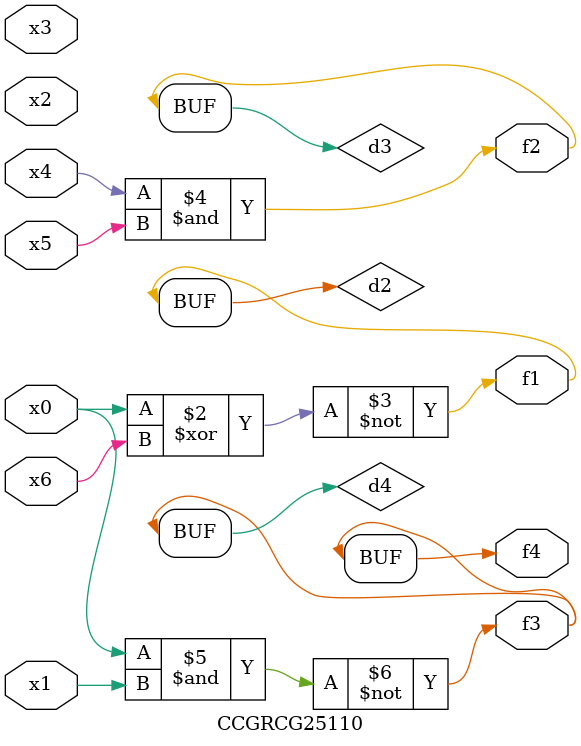
<source format=v>
module CCGRCG25110(
	input x0, x1, x2, x3, x4, x5, x6,
	output f1, f2, f3, f4
);

	wire d1, d2, d3, d4;

	nor (d1, x0);
	xnor (d2, x0, x6);
	and (d3, x4, x5);
	nand (d4, x0, x1);
	assign f1 = d2;
	assign f2 = d3;
	assign f3 = d4;
	assign f4 = d4;
endmodule

</source>
